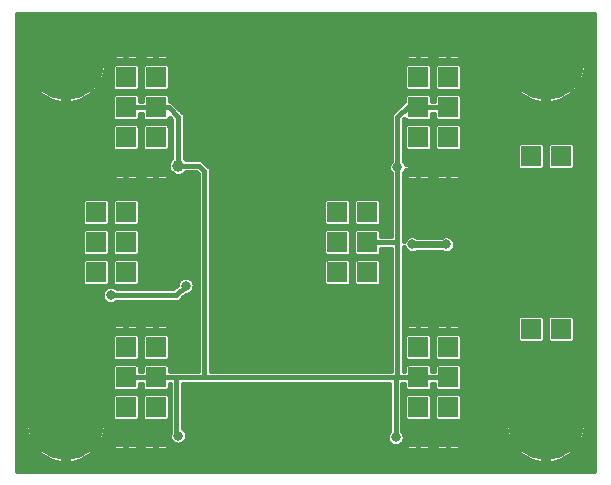
<source format=gbr>
G75*
G70*
%OFA0B0*%
%FSLAX24Y24*%
%IPPOS*%
%LPD*%
%AMOC8*
5,1,8,0,0,1.08239X$1,22.5*
%
%ADD10R,0.0650X0.0650*%
%ADD11C,0.2540*%
%ADD12C,0.0160*%
%ADD13C,0.0317*%
%ADD14C,0.0240*%
%ADD15C,0.0396*%
D10*
X004088Y005413D03*
X005088Y005413D03*
X005088Y006413D03*
X004088Y006413D03*
X004088Y007413D03*
X005088Y007413D03*
X005088Y008413D03*
X004088Y008413D03*
X004088Y009413D03*
X005088Y009413D03*
X004088Y010913D03*
X003088Y010913D03*
X003088Y011913D03*
X004088Y011913D03*
X004088Y012913D03*
X003088Y012913D03*
X004088Y014413D03*
X005088Y014413D03*
X005088Y015413D03*
X004088Y015413D03*
X004088Y016413D03*
X005088Y016413D03*
X005088Y017413D03*
X004088Y017413D03*
X004088Y018413D03*
X005088Y018413D03*
X011150Y012913D03*
X012150Y012913D03*
X012150Y011913D03*
X011150Y011913D03*
X011150Y010913D03*
X012150Y010913D03*
X013838Y009413D03*
X014838Y009413D03*
X014838Y008413D03*
X013838Y008413D03*
X013838Y007413D03*
X014838Y007413D03*
X014838Y006413D03*
X013838Y006413D03*
X013838Y005413D03*
X014838Y005413D03*
X017588Y008038D03*
X018588Y008038D03*
X018588Y009038D03*
X017588Y009038D03*
X017588Y010038D03*
X018588Y010038D03*
X018588Y013788D03*
X017588Y013788D03*
X017588Y014788D03*
X018588Y014788D03*
X018588Y015788D03*
X017588Y015788D03*
X014838Y015413D03*
X013838Y015413D03*
X013838Y016413D03*
X014838Y016413D03*
X014838Y017413D03*
X013838Y017413D03*
X013838Y018413D03*
X014838Y018413D03*
X014838Y014413D03*
X013838Y014413D03*
D11*
X018088Y017913D03*
X018088Y005913D03*
X002088Y005913D03*
X002088Y017913D03*
D12*
X000467Y019533D02*
X000467Y004293D01*
X019708Y004293D01*
X019708Y019533D01*
X000467Y019533D01*
X000467Y019446D02*
X019708Y019446D01*
X019708Y019288D02*
X000467Y019288D01*
X000467Y019129D02*
X001499Y019129D01*
X001510Y019135D02*
X001393Y019072D01*
X001282Y018999D01*
X001180Y018914D01*
X001086Y018821D01*
X001002Y018718D01*
X000928Y018608D01*
X000866Y018491D01*
X000815Y018368D01*
X000776Y018241D01*
X000751Y018111D01*
X000739Y017993D01*
X002007Y017993D01*
X002007Y017833D01*
X000739Y017833D01*
X000751Y017715D01*
X000776Y017585D01*
X000815Y017458D01*
X000866Y017335D01*
X000928Y017218D01*
X001002Y017108D01*
X001086Y017005D01*
X001180Y016912D01*
X001282Y016827D01*
X001393Y016754D01*
X001510Y016691D01*
X001632Y016640D01*
X001759Y016602D01*
X001889Y016576D01*
X002008Y016564D01*
X002008Y017833D01*
X002167Y017833D01*
X002167Y016564D01*
X002286Y016576D01*
X002416Y016602D01*
X002543Y016640D01*
X002665Y016691D01*
X002782Y016754D01*
X002893Y016827D01*
X002995Y016912D01*
X003089Y017005D01*
X003173Y017108D01*
X003247Y017218D01*
X003309Y017335D01*
X003360Y017458D01*
X003399Y017585D01*
X003424Y017715D01*
X003436Y017833D01*
X002168Y017833D01*
X002168Y017993D01*
X003436Y017993D01*
X003424Y018111D01*
X003399Y018241D01*
X003360Y018368D01*
X003309Y018491D01*
X003247Y018608D01*
X003173Y018718D01*
X003089Y018821D01*
X002995Y018914D01*
X002893Y018999D01*
X002782Y019072D01*
X002665Y019135D01*
X002543Y019186D01*
X002416Y019224D01*
X002286Y019250D01*
X002167Y019262D01*
X002167Y017993D01*
X002008Y017993D01*
X002008Y019262D01*
X001889Y019250D01*
X001759Y019224D01*
X001632Y019186D01*
X001510Y019135D01*
X001248Y018971D02*
X000467Y018971D01*
X000467Y018812D02*
X001079Y018812D01*
X000959Y018654D02*
X000467Y018654D01*
X000467Y018495D02*
X000868Y018495D01*
X000805Y018337D02*
X000467Y018337D01*
X000467Y018178D02*
X000764Y018178D01*
X000741Y018020D02*
X000467Y018020D01*
X000467Y017861D02*
X002007Y017861D01*
X002008Y017703D02*
X002167Y017703D01*
X002168Y017861D02*
X003688Y017861D01*
X003705Y017878D02*
X003623Y017796D01*
X003623Y017030D01*
X003705Y016948D01*
X004470Y016948D01*
X004552Y017030D01*
X004552Y017796D01*
X004470Y017878D01*
X003705Y017878D01*
X003747Y018008D02*
X004080Y018008D01*
X004080Y018405D01*
X004095Y018405D01*
X004095Y018008D01*
X004428Y018008D01*
X004458Y018020D01*
X004480Y018043D01*
X004492Y018072D01*
X004492Y018405D01*
X004095Y018405D01*
X004095Y018420D01*
X004492Y018420D01*
X004492Y018754D01*
X004480Y018783D01*
X004458Y018806D01*
X004428Y018818D01*
X004095Y018818D01*
X004095Y018420D01*
X004080Y018420D01*
X004080Y018405D01*
X003682Y018405D01*
X003683Y018072D01*
X003695Y018043D01*
X003717Y018020D01*
X003747Y018008D01*
X003719Y018020D02*
X003434Y018020D01*
X003411Y018178D02*
X003682Y018178D01*
X003682Y018337D02*
X003370Y018337D01*
X003307Y018495D02*
X003683Y018495D01*
X003683Y018420D02*
X004080Y018420D01*
X004080Y018818D01*
X003747Y018818D01*
X003717Y018806D01*
X003695Y018783D01*
X003683Y018754D01*
X003683Y018420D01*
X003683Y018654D02*
X003216Y018654D01*
X003096Y018812D02*
X003732Y018812D01*
X004080Y018812D02*
X004095Y018812D01*
X004080Y018654D02*
X004095Y018654D01*
X004080Y018495D02*
X004095Y018495D01*
X004080Y018337D02*
X004095Y018337D01*
X004080Y018178D02*
X004095Y018178D01*
X004080Y018020D02*
X004095Y018020D01*
X004456Y018020D02*
X004719Y018020D01*
X004717Y018020D02*
X004747Y018008D01*
X005080Y018008D01*
X005080Y018405D01*
X005095Y018405D01*
X005095Y018008D01*
X005428Y018008D01*
X005458Y018020D01*
X005480Y018043D01*
X005492Y018072D01*
X005492Y018405D01*
X005095Y018405D01*
X005095Y018420D01*
X005492Y018420D01*
X005492Y018754D01*
X005480Y018783D01*
X005458Y018806D01*
X005428Y018818D01*
X005095Y018818D01*
X005095Y018420D01*
X005080Y018420D01*
X005080Y018405D01*
X004682Y018405D01*
X004683Y018072D01*
X004695Y018043D01*
X004717Y018020D01*
X004705Y017878D02*
X004623Y017796D01*
X004623Y017030D01*
X004705Y016948D01*
X005470Y016948D01*
X005552Y017030D01*
X005552Y017796D01*
X005470Y017878D01*
X004705Y017878D01*
X004688Y017861D02*
X004487Y017861D01*
X004552Y017703D02*
X004623Y017703D01*
X004623Y017544D02*
X004552Y017544D01*
X004552Y017386D02*
X004623Y017386D01*
X004623Y017227D02*
X004552Y017227D01*
X004552Y017069D02*
X004623Y017069D01*
X004705Y016878D02*
X004623Y016796D01*
X004623Y016633D01*
X004552Y016633D01*
X004552Y016796D01*
X004470Y016878D01*
X003705Y016878D01*
X003623Y016796D01*
X003623Y016030D01*
X003705Y015948D01*
X004470Y015948D01*
X004552Y016030D01*
X004552Y016193D01*
X004623Y016193D01*
X004623Y016030D01*
X004705Y015948D01*
X005470Y015948D01*
X005552Y016030D01*
X005552Y016074D01*
X005618Y016009D01*
X005618Y014734D01*
X005551Y014667D01*
X005499Y014543D01*
X005499Y014408D01*
X005551Y014284D01*
X005646Y014189D01*
X005770Y014137D01*
X005905Y014137D01*
X006029Y014189D01*
X006096Y014255D01*
X006434Y014255D01*
X006493Y014197D01*
X006493Y007633D01*
X005552Y007633D01*
X005552Y007796D01*
X005470Y007878D01*
X004705Y007878D01*
X004623Y007796D01*
X004623Y007633D01*
X004552Y007633D01*
X004552Y007796D01*
X004470Y007878D01*
X003705Y007878D01*
X003623Y007796D01*
X003623Y007030D01*
X003705Y006948D01*
X004470Y006948D01*
X004552Y007030D01*
X004552Y007193D01*
X004623Y007193D01*
X004623Y007030D01*
X004705Y006948D01*
X005470Y006948D01*
X005552Y007030D01*
X005552Y007193D01*
X005555Y007193D01*
X005555Y005574D01*
X005539Y005535D01*
X005539Y005416D01*
X005584Y005306D01*
X005668Y005222D01*
X005778Y005177D01*
X005897Y005177D01*
X006007Y005222D01*
X006091Y005306D01*
X006136Y005416D01*
X006136Y005535D01*
X006091Y005645D01*
X006007Y005729D01*
X005995Y005734D01*
X005995Y007193D01*
X012868Y007193D01*
X012868Y005615D01*
X012834Y005582D01*
X012789Y005472D01*
X012789Y005354D01*
X012834Y005244D01*
X012918Y005160D01*
X013028Y005114D01*
X013147Y005114D01*
X013257Y005160D01*
X013341Y005244D01*
X013386Y005354D01*
X013386Y005472D01*
X013341Y005582D01*
X013307Y005615D01*
X013307Y007193D01*
X013373Y007193D01*
X013373Y007030D01*
X013455Y006948D01*
X014220Y006948D01*
X014302Y007030D01*
X014302Y007193D01*
X014373Y007193D01*
X014373Y007030D01*
X014455Y006948D01*
X015220Y006948D01*
X015302Y007030D01*
X015302Y007796D01*
X015220Y007878D01*
X014455Y007878D01*
X014373Y007796D01*
X014373Y007633D01*
X014302Y007633D01*
X014302Y007796D01*
X014220Y007878D01*
X013455Y007878D01*
X013373Y007796D01*
X013373Y007633D01*
X013370Y007633D01*
X013370Y011746D01*
X013397Y011681D01*
X013481Y011597D01*
X013591Y011552D01*
X013709Y011552D01*
X013803Y011590D01*
X014622Y011590D01*
X014716Y011552D01*
X014834Y011552D01*
X014944Y011597D01*
X015028Y011681D01*
X015074Y011791D01*
X015074Y011910D01*
X015028Y012020D01*
X014944Y012104D01*
X014834Y012149D01*
X014716Y012149D01*
X014622Y012110D01*
X013803Y012110D01*
X013709Y012149D01*
X013591Y012149D01*
X013481Y012104D01*
X013397Y012020D01*
X013370Y011955D01*
X013370Y014211D01*
X013403Y014244D01*
X013432Y014314D01*
X013433Y014072D01*
X013445Y014043D01*
X013467Y014020D01*
X013497Y014008D01*
X013830Y014008D01*
X013830Y014405D01*
X013845Y014405D01*
X013845Y014008D01*
X014178Y014008D01*
X014208Y014020D01*
X014230Y014043D01*
X014242Y014072D01*
X014242Y014405D01*
X013845Y014405D01*
X013845Y014420D01*
X014242Y014420D01*
X014242Y014754D01*
X014230Y014783D01*
X014208Y014806D01*
X014178Y014818D01*
X013845Y014818D01*
X013845Y014420D01*
X013830Y014420D01*
X013830Y014818D01*
X013497Y014818D01*
X013467Y014806D01*
X013445Y014783D01*
X013433Y014754D01*
X013433Y014512D01*
X013403Y014582D01*
X013370Y014615D01*
X013370Y016009D01*
X013382Y016021D01*
X013455Y015948D01*
X014220Y015948D01*
X014302Y016030D01*
X014302Y016193D01*
X014373Y016193D01*
X014373Y016030D01*
X014455Y015948D01*
X015220Y015948D01*
X015302Y016030D01*
X015302Y016796D01*
X015220Y016878D01*
X014455Y016878D01*
X014373Y016796D01*
X014373Y016633D01*
X014302Y016633D01*
X014302Y016796D01*
X014220Y016878D01*
X013455Y016878D01*
X013373Y016796D01*
X013373Y016634D01*
X013305Y016567D01*
X012930Y016192D01*
X012930Y014615D01*
X012897Y014582D01*
X012851Y014472D01*
X012851Y014354D01*
X012897Y014244D01*
X012930Y014211D01*
X012930Y012133D01*
X012615Y012133D01*
X012615Y012296D01*
X012533Y012378D01*
X011767Y012378D01*
X011685Y012296D01*
X011685Y011530D01*
X011767Y011448D01*
X012533Y011448D01*
X012615Y011530D01*
X012615Y011693D01*
X012930Y011693D01*
X012930Y007633D01*
X006932Y007633D01*
X006932Y014379D01*
X006804Y014508D01*
X006616Y014695D01*
X006096Y014695D01*
X006057Y014734D01*
X006057Y016192D01*
X005745Y016504D01*
X005616Y016633D01*
X005552Y016633D01*
X005552Y016796D01*
X005470Y016878D01*
X004705Y016878D01*
X004623Y016752D02*
X004552Y016752D01*
X004088Y016413D02*
X005088Y016413D01*
X005525Y016413D01*
X005838Y016100D01*
X005838Y014475D01*
X006525Y014475D01*
X006713Y014288D01*
X006713Y007413D01*
X005775Y007413D01*
X005775Y005538D01*
X005838Y005475D01*
X006105Y005339D02*
X012795Y005339D01*
X012799Y005498D02*
X006136Y005498D01*
X006079Y005656D02*
X012868Y005656D01*
X012868Y005815D02*
X005995Y005815D01*
X005995Y005973D02*
X012868Y005973D01*
X012868Y006132D02*
X005995Y006132D01*
X005995Y006290D02*
X012868Y006290D01*
X012868Y006449D02*
X005995Y006449D01*
X005995Y006607D02*
X012868Y006607D01*
X012868Y006766D02*
X005995Y006766D01*
X005995Y006924D02*
X012868Y006924D01*
X012868Y007083D02*
X005995Y007083D01*
X005775Y007413D02*
X005088Y007413D01*
X004088Y007413D01*
X003623Y007400D02*
X000467Y007400D01*
X000467Y007558D02*
X003623Y007558D01*
X003623Y007717D02*
X000467Y007717D01*
X000467Y007875D02*
X003702Y007875D01*
X003705Y007948D02*
X004470Y007948D01*
X004552Y008030D01*
X004552Y008796D01*
X004470Y008878D01*
X003705Y008878D01*
X003623Y008796D01*
X003623Y008030D01*
X003705Y007948D01*
X003623Y008034D02*
X000467Y008034D01*
X000467Y008192D02*
X003623Y008192D01*
X003623Y008351D02*
X000467Y008351D01*
X000467Y008509D02*
X003623Y008509D01*
X003623Y008668D02*
X000467Y008668D01*
X000467Y008826D02*
X003653Y008826D01*
X003717Y009020D02*
X003747Y009008D01*
X004080Y009008D01*
X004080Y009405D01*
X004095Y009405D01*
X004095Y009008D01*
X004428Y009008D01*
X004458Y009020D01*
X004480Y009043D01*
X004492Y009072D01*
X004492Y009405D01*
X004095Y009405D01*
X004095Y009420D01*
X004492Y009420D01*
X004492Y009754D01*
X004480Y009783D01*
X004458Y009806D01*
X004428Y009818D01*
X004095Y009818D01*
X004095Y009420D01*
X004080Y009420D01*
X004080Y009405D01*
X003682Y009405D01*
X003683Y009072D01*
X003695Y009043D01*
X003717Y009020D01*
X003682Y009144D02*
X000467Y009144D01*
X000467Y009302D02*
X003682Y009302D01*
X003683Y009420D02*
X004080Y009420D01*
X004080Y009818D01*
X003747Y009818D01*
X003717Y009806D01*
X003695Y009783D01*
X003683Y009754D01*
X003683Y009420D01*
X003683Y009461D02*
X000467Y009461D01*
X000467Y009619D02*
X003683Y009619D01*
X003692Y009778D02*
X000467Y009778D01*
X000467Y009936D02*
X003392Y009936D01*
X003418Y009910D02*
X003528Y009864D01*
X003647Y009864D01*
X003757Y009910D01*
X003790Y009943D01*
X005866Y009943D01*
X006100Y010177D01*
X006147Y010177D01*
X006257Y010222D01*
X006341Y010306D01*
X006386Y010416D01*
X006386Y010535D01*
X006341Y010645D01*
X006257Y010729D01*
X006147Y010774D01*
X006028Y010774D01*
X005918Y010729D01*
X005834Y010645D01*
X005789Y010535D01*
X005789Y010488D01*
X005684Y010383D01*
X003790Y010383D01*
X003757Y010416D01*
X003647Y010462D01*
X003528Y010462D01*
X003418Y010416D01*
X003334Y010332D01*
X003289Y010222D01*
X003289Y010104D01*
X003334Y009994D01*
X003418Y009910D01*
X003293Y010095D02*
X000467Y010095D01*
X000467Y010253D02*
X003301Y010253D01*
X003414Y010412D02*
X000467Y010412D01*
X000467Y010570D02*
X002623Y010570D01*
X002623Y010530D02*
X002705Y010448D01*
X003470Y010448D01*
X003552Y010530D01*
X003552Y011296D01*
X003470Y011378D01*
X002705Y011378D01*
X002623Y011296D01*
X002623Y010530D01*
X002623Y010729D02*
X000467Y010729D01*
X000467Y010887D02*
X002623Y010887D01*
X002623Y011046D02*
X000467Y011046D01*
X000467Y011204D02*
X002623Y011204D01*
X002689Y011363D02*
X000467Y011363D01*
X000467Y011521D02*
X002631Y011521D01*
X002623Y011530D02*
X002705Y011448D01*
X003470Y011448D01*
X003552Y011530D01*
X003552Y012296D01*
X003470Y012378D01*
X002705Y012378D01*
X002623Y012296D01*
X002623Y011530D01*
X002623Y011680D02*
X000467Y011680D01*
X000467Y011838D02*
X002623Y011838D01*
X002623Y011997D02*
X000467Y011997D01*
X000467Y012155D02*
X002623Y012155D01*
X002640Y012314D02*
X000467Y012314D01*
X000467Y012472D02*
X002680Y012472D01*
X002705Y012448D02*
X002623Y012530D01*
X002623Y013296D01*
X002705Y013378D01*
X003470Y013378D01*
X003552Y013296D01*
X003552Y012530D01*
X003470Y012448D01*
X002705Y012448D01*
X002623Y012631D02*
X000467Y012631D01*
X000467Y012789D02*
X002623Y012789D01*
X002623Y012948D02*
X000467Y012948D01*
X000467Y013106D02*
X002623Y013106D01*
X002623Y013265D02*
X000467Y013265D01*
X000467Y013423D02*
X006493Y013423D01*
X006493Y013265D02*
X004552Y013265D01*
X004552Y013296D02*
X004470Y013378D01*
X003705Y013378D01*
X003623Y013296D01*
X003623Y012530D01*
X003705Y012448D01*
X004470Y012448D01*
X004552Y012530D01*
X004552Y013296D01*
X004552Y013106D02*
X006493Y013106D01*
X006493Y012948D02*
X004552Y012948D01*
X004552Y012789D02*
X006493Y012789D01*
X006493Y012631D02*
X004552Y012631D01*
X004495Y012472D02*
X006493Y012472D01*
X006493Y012314D02*
X004535Y012314D01*
X004552Y012296D02*
X004470Y012378D01*
X003705Y012378D01*
X003623Y012296D01*
X003623Y011530D01*
X003705Y011448D01*
X004470Y011448D01*
X004552Y011530D01*
X004552Y012296D01*
X004552Y012155D02*
X006493Y012155D01*
X006493Y011997D02*
X004552Y011997D01*
X004552Y011838D02*
X006493Y011838D01*
X006493Y011680D02*
X004552Y011680D01*
X004544Y011521D02*
X006493Y011521D01*
X006493Y011363D02*
X004486Y011363D01*
X004470Y011378D02*
X004552Y011296D01*
X004552Y010530D01*
X004470Y010448D01*
X003705Y010448D01*
X003623Y010530D01*
X003623Y011296D01*
X003705Y011378D01*
X004470Y011378D01*
X004552Y011204D02*
X006493Y011204D01*
X006493Y011046D02*
X004552Y011046D01*
X004552Y010887D02*
X006493Y010887D01*
X006493Y010729D02*
X006257Y010729D01*
X006372Y010570D02*
X006493Y010570D01*
X006493Y010412D02*
X006384Y010412D01*
X006287Y010253D02*
X006493Y010253D01*
X006493Y010095D02*
X006018Y010095D01*
X005775Y010163D02*
X006088Y010475D01*
X005803Y010570D02*
X004552Y010570D01*
X004552Y010729D02*
X005918Y010729D01*
X005712Y010412D02*
X003761Y010412D01*
X003623Y010570D02*
X003552Y010570D01*
X003552Y010729D02*
X003623Y010729D01*
X003623Y010887D02*
X003552Y010887D01*
X003552Y011046D02*
X003623Y011046D01*
X003623Y011204D02*
X003552Y011204D01*
X003486Y011363D02*
X003689Y011363D01*
X003631Y011521D02*
X003544Y011521D01*
X003552Y011680D02*
X003623Y011680D01*
X003623Y011838D02*
X003552Y011838D01*
X003552Y011997D02*
X003623Y011997D01*
X003623Y012155D02*
X003552Y012155D01*
X003535Y012314D02*
X003640Y012314D01*
X003680Y012472D02*
X003495Y012472D01*
X003552Y012631D02*
X003623Y012631D01*
X003623Y012789D02*
X003552Y012789D01*
X003552Y012948D02*
X003623Y012948D01*
X003623Y013106D02*
X003552Y013106D01*
X003552Y013265D02*
X003623Y013265D01*
X003747Y014008D02*
X004080Y014008D01*
X004080Y014405D01*
X004095Y014405D01*
X004095Y014008D01*
X004428Y014008D01*
X004458Y014020D01*
X004480Y014043D01*
X004492Y014072D01*
X004492Y014405D01*
X004095Y014405D01*
X004095Y014420D01*
X004492Y014420D01*
X004492Y014754D01*
X004480Y014783D01*
X004458Y014806D01*
X004428Y014818D01*
X004095Y014818D01*
X004095Y014420D01*
X004080Y014420D01*
X004080Y014405D01*
X003682Y014405D01*
X003683Y014072D01*
X003695Y014043D01*
X003717Y014020D01*
X003747Y014008D01*
X003689Y014057D02*
X000467Y014057D01*
X000467Y013899D02*
X006493Y013899D01*
X006493Y014057D02*
X005486Y014057D01*
X005480Y014043D02*
X005492Y014072D01*
X005492Y014405D01*
X005095Y014405D01*
X005095Y014008D01*
X005428Y014008D01*
X005458Y014020D01*
X005480Y014043D01*
X005492Y014216D02*
X005619Y014216D01*
X005514Y014374D02*
X005492Y014374D01*
X005492Y014420D02*
X005492Y014754D01*
X005480Y014783D01*
X005458Y014806D01*
X005428Y014818D01*
X005095Y014818D01*
X005095Y014420D01*
X005492Y014420D01*
X005492Y014533D02*
X005499Y014533D01*
X005492Y014691D02*
X005575Y014691D01*
X005618Y014850D02*
X000467Y014850D01*
X000467Y015008D02*
X003644Y015008D01*
X003623Y015030D02*
X003705Y014948D01*
X004470Y014948D01*
X004552Y015030D01*
X004552Y015796D01*
X004470Y015878D01*
X003705Y015878D01*
X003623Y015796D01*
X003623Y015030D01*
X003623Y015167D02*
X000467Y015167D01*
X000467Y015325D02*
X003623Y015325D01*
X003623Y015484D02*
X000467Y015484D01*
X000467Y015642D02*
X003623Y015642D01*
X003627Y015801D02*
X000467Y015801D01*
X000467Y015959D02*
X003693Y015959D01*
X003623Y016118D02*
X000467Y016118D01*
X000467Y016276D02*
X003623Y016276D01*
X003623Y016435D02*
X000467Y016435D01*
X000467Y016593D02*
X001804Y016593D01*
X002008Y016593D02*
X002167Y016593D01*
X002167Y016752D02*
X002008Y016752D01*
X002008Y016910D02*
X002167Y016910D01*
X002167Y017069D02*
X002008Y017069D01*
X002008Y017227D02*
X002167Y017227D01*
X002167Y017386D02*
X002008Y017386D01*
X002008Y017544D02*
X002167Y017544D01*
X002167Y018020D02*
X002008Y018020D01*
X002008Y018178D02*
X002167Y018178D01*
X002167Y018337D02*
X002008Y018337D01*
X002008Y018495D02*
X002167Y018495D01*
X002167Y018654D02*
X002008Y018654D01*
X002008Y018812D02*
X002167Y018812D01*
X002167Y018971D02*
X002008Y018971D01*
X002008Y019129D02*
X002167Y019129D01*
X002676Y019129D02*
X017499Y019129D01*
X017510Y019135D02*
X017393Y019072D01*
X017282Y018999D01*
X017180Y018914D01*
X017086Y018821D01*
X017002Y018718D01*
X016928Y018608D01*
X016866Y018491D01*
X016815Y018368D01*
X016776Y018241D01*
X016751Y018111D01*
X016739Y017993D01*
X018007Y017993D01*
X018007Y017833D01*
X016739Y017833D01*
X016751Y017715D01*
X016776Y017585D01*
X016815Y017458D01*
X016866Y017335D01*
X016928Y017218D01*
X017002Y017108D01*
X017086Y017005D01*
X017180Y016912D01*
X017282Y016827D01*
X017393Y016754D01*
X017510Y016691D01*
X017632Y016640D01*
X017759Y016602D01*
X017889Y016576D01*
X018008Y016564D01*
X018008Y017833D01*
X018167Y017833D01*
X018167Y016564D01*
X018286Y016576D01*
X018416Y016602D01*
X018543Y016640D01*
X018665Y016691D01*
X018782Y016754D01*
X018893Y016827D01*
X018995Y016912D01*
X019089Y017005D01*
X019173Y017108D01*
X019247Y017218D01*
X019309Y017335D01*
X019360Y017458D01*
X019399Y017585D01*
X019424Y017715D01*
X019436Y017833D01*
X018168Y017833D01*
X018168Y017993D01*
X019436Y017993D01*
X019424Y018111D01*
X019399Y018241D01*
X019360Y018368D01*
X019309Y018491D01*
X019247Y018608D01*
X019173Y018718D01*
X019089Y018821D01*
X018995Y018914D01*
X018893Y018999D01*
X018782Y019072D01*
X018665Y019135D01*
X018543Y019186D01*
X018416Y019224D01*
X018286Y019250D01*
X018167Y019262D01*
X018167Y017993D01*
X018008Y017993D01*
X018008Y019262D01*
X017889Y019250D01*
X017759Y019224D01*
X017632Y019186D01*
X017510Y019135D01*
X017248Y018971D02*
X002927Y018971D01*
X003422Y017703D02*
X003623Y017703D01*
X003623Y017544D02*
X003386Y017544D01*
X003330Y017386D02*
X003623Y017386D01*
X003623Y017227D02*
X003252Y017227D01*
X003141Y017069D02*
X003623Y017069D01*
X003623Y016752D02*
X002778Y016752D01*
X002993Y016910D02*
X017182Y016910D01*
X017034Y017069D02*
X015302Y017069D01*
X015302Y017030D02*
X015302Y017796D01*
X015220Y017878D01*
X014455Y017878D01*
X014373Y017796D01*
X014373Y017030D01*
X014455Y016948D01*
X015220Y016948D01*
X015302Y017030D01*
X015302Y017227D02*
X016923Y017227D01*
X016845Y017386D02*
X015302Y017386D01*
X015302Y017544D02*
X016789Y017544D01*
X016753Y017703D02*
X015302Y017703D01*
X015237Y017861D02*
X018007Y017861D01*
X018008Y017703D02*
X018167Y017703D01*
X018168Y017861D02*
X019708Y017861D01*
X019708Y017703D02*
X019422Y017703D01*
X019386Y017544D02*
X019708Y017544D01*
X019708Y017386D02*
X019330Y017386D01*
X019252Y017227D02*
X019708Y017227D01*
X019708Y017069D02*
X019141Y017069D01*
X018993Y016910D02*
X019708Y016910D01*
X019708Y016752D02*
X018778Y016752D01*
X018371Y016593D02*
X019708Y016593D01*
X019708Y016435D02*
X015302Y016435D01*
X015302Y016593D02*
X017804Y016593D01*
X018008Y016593D02*
X018167Y016593D01*
X018167Y016752D02*
X018008Y016752D01*
X018008Y016910D02*
X018167Y016910D01*
X018167Y017069D02*
X018008Y017069D01*
X018008Y017227D02*
X018167Y017227D01*
X018167Y017386D02*
X018008Y017386D01*
X018008Y017544D02*
X018167Y017544D01*
X018167Y018020D02*
X018008Y018020D01*
X018008Y018178D02*
X018167Y018178D01*
X018167Y018337D02*
X018008Y018337D01*
X018008Y018495D02*
X018167Y018495D01*
X018167Y018654D02*
X018008Y018654D01*
X018008Y018812D02*
X018167Y018812D01*
X018167Y018971D02*
X018008Y018971D01*
X018008Y019129D02*
X018167Y019129D01*
X018676Y019129D02*
X019708Y019129D01*
X019708Y018971D02*
X018927Y018971D01*
X019096Y018812D02*
X019708Y018812D01*
X019708Y018654D02*
X019216Y018654D01*
X019307Y018495D02*
X019708Y018495D01*
X019708Y018337D02*
X019370Y018337D01*
X019411Y018178D02*
X019708Y018178D01*
X019708Y018020D02*
X019434Y018020D01*
X017397Y016752D02*
X015302Y016752D01*
X015302Y016276D02*
X019708Y016276D01*
X019708Y016118D02*
X018992Y016118D01*
X018992Y016129D02*
X018980Y016158D01*
X018958Y016181D01*
X018928Y016193D01*
X018595Y016193D01*
X018595Y015795D01*
X018992Y015795D01*
X018992Y016129D01*
X018992Y015959D02*
X019708Y015959D01*
X019708Y015801D02*
X018992Y015801D01*
X018992Y015780D02*
X018992Y015447D01*
X018980Y015418D01*
X018958Y015395D01*
X018928Y015383D01*
X018595Y015383D01*
X018595Y015780D01*
X018580Y015780D01*
X018580Y015383D01*
X018247Y015383D01*
X018217Y015395D01*
X018195Y015418D01*
X018183Y015447D01*
X018183Y015780D01*
X018580Y015780D01*
X018580Y015795D01*
X018182Y015795D01*
X018183Y016129D01*
X018195Y016158D01*
X018217Y016181D01*
X018247Y016193D01*
X018580Y016193D01*
X018580Y015795D01*
X018595Y015795D01*
X018595Y015780D01*
X018992Y015780D01*
X018992Y015642D02*
X019708Y015642D01*
X019708Y015484D02*
X018992Y015484D01*
X018970Y015253D02*
X018205Y015253D01*
X018123Y015171D01*
X018123Y014405D01*
X018205Y014323D01*
X018970Y014323D01*
X019052Y014405D01*
X019052Y015171D01*
X018970Y015253D01*
X019052Y015167D02*
X019708Y015167D01*
X019708Y015325D02*
X015302Y015325D01*
X015302Y015167D02*
X017123Y015167D01*
X017123Y015171D02*
X017123Y014405D01*
X017205Y014323D01*
X017970Y014323D01*
X018052Y014405D01*
X018052Y015171D01*
X017970Y015253D01*
X017205Y015253D01*
X017123Y015171D01*
X017123Y015008D02*
X015281Y015008D01*
X015302Y015030D02*
X015302Y015796D01*
X015220Y015878D01*
X014455Y015878D01*
X014373Y015796D01*
X014373Y015030D01*
X014455Y014948D01*
X015220Y014948D01*
X015302Y015030D01*
X015208Y014806D02*
X015178Y014818D01*
X014845Y014818D01*
X014845Y014420D01*
X015242Y014420D01*
X015242Y014754D01*
X015230Y014783D01*
X015208Y014806D01*
X015242Y014691D02*
X017123Y014691D01*
X017123Y014533D02*
X015242Y014533D01*
X015242Y014405D02*
X014845Y014405D01*
X014845Y014008D01*
X015178Y014008D01*
X015208Y014020D01*
X015230Y014043D01*
X015242Y014072D01*
X015242Y014405D01*
X015242Y014374D02*
X017153Y014374D01*
X017217Y014181D02*
X017195Y014158D01*
X017183Y014129D01*
X017182Y013795D01*
X017580Y013795D01*
X017580Y013780D01*
X017595Y013780D01*
X017595Y013383D01*
X017928Y013383D01*
X017958Y013395D01*
X017980Y013418D01*
X017992Y013447D01*
X017992Y013780D01*
X017595Y013780D01*
X017595Y013795D01*
X017992Y013795D01*
X017992Y014129D01*
X017980Y014158D01*
X017958Y014181D01*
X017928Y014193D01*
X017595Y014193D01*
X017595Y013795D01*
X017580Y013795D01*
X017580Y014193D01*
X017247Y014193D01*
X017217Y014181D01*
X017183Y014057D02*
X015236Y014057D01*
X015242Y014216D02*
X019708Y014216D01*
X019708Y014374D02*
X019022Y014374D01*
X019052Y014533D02*
X019708Y014533D01*
X019708Y014691D02*
X019052Y014691D01*
X019052Y014850D02*
X019708Y014850D01*
X019708Y015008D02*
X019052Y015008D01*
X018595Y015484D02*
X018580Y015484D01*
X018580Y015642D02*
X018595Y015642D01*
X018580Y015801D02*
X018595Y015801D01*
X018580Y015959D02*
X018595Y015959D01*
X018580Y016118D02*
X018595Y016118D01*
X018183Y016118D02*
X017992Y016118D01*
X017992Y016129D02*
X017980Y016158D01*
X017958Y016181D01*
X017928Y016193D01*
X017595Y016193D01*
X017595Y015795D01*
X017992Y015795D01*
X017992Y016129D01*
X017992Y015959D02*
X018183Y015959D01*
X018183Y015801D02*
X017992Y015801D01*
X017992Y015780D02*
X017992Y015447D01*
X017980Y015418D01*
X017958Y015395D01*
X017928Y015383D01*
X017595Y015383D01*
X017595Y015780D01*
X017580Y015780D01*
X017580Y015383D01*
X017247Y015383D01*
X017217Y015395D01*
X017195Y015418D01*
X017183Y015447D01*
X017183Y015780D01*
X017580Y015780D01*
X017580Y015795D01*
X017182Y015795D01*
X017183Y016129D01*
X017195Y016158D01*
X017217Y016181D01*
X017247Y016193D01*
X017580Y016193D01*
X017580Y015795D01*
X017595Y015795D01*
X017595Y015780D01*
X017992Y015780D01*
X017992Y015642D02*
X018183Y015642D01*
X018183Y015484D02*
X017992Y015484D01*
X018052Y015167D02*
X018123Y015167D01*
X018123Y015008D02*
X018052Y015008D01*
X018052Y014850D02*
X018123Y014850D01*
X018123Y014691D02*
X018052Y014691D01*
X018052Y014533D02*
X018123Y014533D01*
X018153Y014374D02*
X018022Y014374D01*
X018217Y014181D02*
X018195Y014158D01*
X018183Y014129D01*
X018182Y013795D01*
X018580Y013795D01*
X018580Y013780D01*
X018595Y013780D01*
X018595Y013383D01*
X018928Y013383D01*
X018958Y013395D01*
X018980Y013418D01*
X018992Y013447D01*
X018992Y013780D01*
X018595Y013780D01*
X018595Y013795D01*
X018992Y013795D01*
X018992Y014129D01*
X018980Y014158D01*
X018958Y014181D01*
X018928Y014193D01*
X018595Y014193D01*
X018595Y013795D01*
X018580Y013795D01*
X018580Y014193D01*
X018247Y014193D01*
X018217Y014181D01*
X018183Y014057D02*
X017992Y014057D01*
X017992Y013899D02*
X018183Y013899D01*
X018183Y013780D02*
X018183Y013447D01*
X018195Y013418D01*
X018217Y013395D01*
X018247Y013383D01*
X018580Y013383D01*
X018580Y013780D01*
X018183Y013780D01*
X018183Y013740D02*
X017992Y013740D01*
X017992Y013582D02*
X018183Y013582D01*
X018192Y013423D02*
X017983Y013423D01*
X017595Y013423D02*
X017580Y013423D01*
X017580Y013383D02*
X017247Y013383D01*
X017217Y013395D01*
X017195Y013418D01*
X017183Y013447D01*
X017183Y013780D01*
X017580Y013780D01*
X017580Y013383D01*
X017580Y013582D02*
X017595Y013582D01*
X017580Y013740D02*
X017595Y013740D01*
X017580Y013899D02*
X017595Y013899D01*
X017580Y014057D02*
X017595Y014057D01*
X017183Y013899D02*
X013370Y013899D01*
X013370Y014057D02*
X013439Y014057D01*
X013432Y014216D02*
X013375Y014216D01*
X013150Y014413D02*
X013150Y011913D01*
X013150Y007475D01*
X013088Y007413D01*
X013838Y007413D01*
X014838Y007413D01*
X014900Y007413D01*
X015302Y007400D02*
X019708Y007400D01*
X019708Y007558D02*
X015302Y007558D01*
X015302Y007717D02*
X017183Y007717D01*
X017183Y007697D02*
X017195Y007668D01*
X017217Y007645D01*
X017247Y007633D01*
X017580Y007633D01*
X017580Y008030D01*
X017595Y008030D01*
X017595Y007633D01*
X017928Y007633D01*
X017958Y007645D01*
X017980Y007668D01*
X017992Y007697D01*
X017992Y008030D01*
X017595Y008030D01*
X017595Y008045D01*
X017992Y008045D01*
X017992Y008379D01*
X017980Y008408D01*
X017958Y008431D01*
X017928Y008443D01*
X017595Y008443D01*
X017595Y008045D01*
X017580Y008045D01*
X017580Y008030D01*
X017183Y008030D01*
X017183Y007697D01*
X017183Y007875D02*
X015223Y007875D01*
X015220Y007948D02*
X015302Y008030D01*
X015302Y008796D01*
X015220Y008878D01*
X014455Y008878D01*
X014373Y008796D01*
X014373Y008030D01*
X014455Y007948D01*
X015220Y007948D01*
X015302Y008034D02*
X017580Y008034D01*
X017580Y008045D02*
X017182Y008045D01*
X017183Y008379D01*
X017195Y008408D01*
X017217Y008431D01*
X017247Y008443D01*
X017580Y008443D01*
X017580Y008045D01*
X017595Y008034D02*
X018580Y008034D01*
X018580Y008030D02*
X018183Y008030D01*
X018183Y007697D01*
X018195Y007668D01*
X018217Y007645D01*
X018247Y007633D01*
X018580Y007633D01*
X018580Y008030D01*
X018595Y008030D01*
X018595Y007633D01*
X018928Y007633D01*
X018958Y007645D01*
X018980Y007668D01*
X018992Y007697D01*
X018992Y008030D01*
X018595Y008030D01*
X018595Y008045D01*
X018992Y008045D01*
X018992Y008379D01*
X018980Y008408D01*
X018958Y008431D01*
X018928Y008443D01*
X018595Y008443D01*
X018595Y008045D01*
X018580Y008045D01*
X018580Y008030D01*
X018580Y008045D02*
X018182Y008045D01*
X018183Y008379D01*
X018195Y008408D01*
X018217Y008431D01*
X018247Y008443D01*
X018580Y008443D01*
X018580Y008045D01*
X018595Y008034D02*
X019708Y008034D01*
X019708Y008192D02*
X018992Y008192D01*
X018992Y008351D02*
X019708Y008351D01*
X019708Y008509D02*
X015302Y008509D01*
X015302Y008351D02*
X017183Y008351D01*
X017183Y008192D02*
X015302Y008192D01*
X015302Y008668D02*
X017123Y008668D01*
X017123Y008655D02*
X017205Y008573D01*
X017970Y008573D01*
X018052Y008655D01*
X018052Y009421D01*
X017970Y009503D01*
X017205Y009503D01*
X017123Y009421D01*
X017123Y008655D01*
X017123Y008826D02*
X015272Y008826D01*
X015178Y009008D02*
X015208Y009020D01*
X015230Y009043D01*
X015242Y009072D01*
X015242Y009405D01*
X014845Y009405D01*
X014845Y009008D01*
X015178Y009008D01*
X015242Y009144D02*
X017123Y009144D01*
X017123Y009302D02*
X015242Y009302D01*
X015242Y009420D02*
X015242Y009754D01*
X015230Y009783D01*
X015208Y009806D01*
X015178Y009818D01*
X014845Y009818D01*
X014845Y009420D01*
X015242Y009420D01*
X015242Y009461D02*
X017162Y009461D01*
X017247Y009633D02*
X017580Y009633D01*
X017580Y010030D01*
X017595Y010030D01*
X017595Y009633D01*
X017928Y009633D01*
X017958Y009645D01*
X017980Y009668D01*
X017992Y009697D01*
X017992Y010030D01*
X017595Y010030D01*
X017595Y010045D01*
X017992Y010045D01*
X017992Y010379D01*
X017980Y010408D01*
X017958Y010431D01*
X017928Y010443D01*
X017595Y010443D01*
X017595Y010045D01*
X017580Y010045D01*
X017580Y010030D01*
X017183Y010030D01*
X017183Y009697D01*
X017195Y009668D01*
X017217Y009645D01*
X017247Y009633D01*
X017183Y009778D02*
X015233Y009778D01*
X015242Y009619D02*
X019708Y009619D01*
X019708Y009461D02*
X019013Y009461D01*
X019052Y009421D02*
X018970Y009503D01*
X018205Y009503D01*
X018123Y009421D01*
X018123Y008655D01*
X018205Y008573D01*
X018970Y008573D01*
X019052Y008655D01*
X019052Y009421D01*
X019052Y009302D02*
X019708Y009302D01*
X019708Y009144D02*
X019052Y009144D01*
X019052Y008985D02*
X019708Y008985D01*
X019708Y008826D02*
X019052Y008826D01*
X019052Y008668D02*
X019708Y008668D01*
X019708Y007875D02*
X018992Y007875D01*
X018992Y007717D02*
X019708Y007717D01*
X019708Y007241D02*
X018329Y007241D01*
X018286Y007250D02*
X018167Y007262D01*
X018167Y005993D01*
X018008Y005993D01*
X018008Y007262D01*
X017889Y007250D01*
X017759Y007224D01*
X017632Y007186D01*
X017510Y007135D01*
X017393Y007072D01*
X017282Y006999D01*
X017180Y006914D01*
X017086Y006821D01*
X017002Y006718D01*
X016928Y006608D01*
X016866Y006491D01*
X016815Y006368D01*
X016776Y006241D01*
X016751Y006111D01*
X016739Y005993D01*
X018007Y005993D01*
X018007Y005833D01*
X016739Y005833D01*
X016751Y005715D01*
X016776Y005585D01*
X016815Y005458D01*
X016866Y005335D01*
X016928Y005218D01*
X017002Y005108D01*
X017086Y005005D01*
X017180Y004912D01*
X017282Y004827D01*
X017393Y004754D01*
X017510Y004691D01*
X017632Y004640D01*
X017759Y004602D01*
X017889Y004576D01*
X018008Y004564D01*
X018008Y005833D01*
X018167Y005833D01*
X018167Y004564D01*
X018286Y004576D01*
X018416Y004602D01*
X018543Y004640D01*
X018665Y004691D01*
X018782Y004754D01*
X018893Y004827D01*
X018995Y004912D01*
X019089Y005005D01*
X019173Y005108D01*
X019247Y005218D01*
X019309Y005335D01*
X019360Y005458D01*
X019399Y005585D01*
X019424Y005715D01*
X019436Y005833D01*
X018168Y005833D01*
X018168Y005993D01*
X019436Y005993D01*
X019424Y006111D01*
X019399Y006241D01*
X019360Y006368D01*
X019309Y006491D01*
X019247Y006608D01*
X019173Y006718D01*
X019089Y006821D01*
X018995Y006914D01*
X018893Y006999D01*
X018782Y007072D01*
X018665Y007135D01*
X018543Y007186D01*
X018416Y007224D01*
X018286Y007250D01*
X018167Y007241D02*
X018008Y007241D01*
X018008Y007083D02*
X018167Y007083D01*
X018167Y006924D02*
X018008Y006924D01*
X018008Y006766D02*
X018167Y006766D01*
X018167Y006607D02*
X018008Y006607D01*
X018008Y006449D02*
X018167Y006449D01*
X018167Y006290D02*
X018008Y006290D01*
X018008Y006132D02*
X018167Y006132D01*
X018168Y005973D02*
X019708Y005973D01*
X019708Y005815D02*
X019434Y005815D01*
X019413Y005656D02*
X019708Y005656D01*
X019708Y005498D02*
X019372Y005498D01*
X019311Y005339D02*
X019708Y005339D01*
X019708Y005181D02*
X019222Y005181D01*
X019103Y005022D02*
X019708Y005022D01*
X019708Y004864D02*
X018937Y004864D01*
X018692Y004705D02*
X019708Y004705D01*
X019708Y004547D02*
X000467Y004547D01*
X000467Y004705D02*
X001483Y004705D01*
X001510Y004691D02*
X001632Y004640D01*
X001759Y004602D01*
X001889Y004576D01*
X002008Y004564D01*
X002008Y005833D01*
X002167Y005833D01*
X002167Y004564D01*
X002286Y004576D01*
X002416Y004602D01*
X002543Y004640D01*
X002665Y004691D01*
X002782Y004754D01*
X002893Y004827D01*
X002995Y004912D01*
X003089Y005005D01*
X003173Y005108D01*
X003247Y005218D01*
X003309Y005335D01*
X003360Y005458D01*
X003399Y005585D01*
X003424Y005715D01*
X003436Y005833D01*
X002168Y005833D01*
X002168Y005993D01*
X003436Y005993D01*
X003424Y006111D01*
X003399Y006241D01*
X003360Y006368D01*
X003309Y006491D01*
X003247Y006608D01*
X003173Y006718D01*
X003089Y006821D01*
X002995Y006914D01*
X002893Y006999D01*
X002782Y007072D01*
X002665Y007135D01*
X002543Y007186D01*
X002416Y007224D01*
X002286Y007250D01*
X002167Y007262D01*
X002167Y005993D01*
X002008Y005993D01*
X002008Y007262D01*
X001889Y007250D01*
X001759Y007224D01*
X001632Y007186D01*
X001510Y007135D01*
X001393Y007072D01*
X001282Y006999D01*
X001180Y006914D01*
X001086Y006821D01*
X001002Y006718D01*
X000928Y006608D01*
X000866Y006491D01*
X000815Y006368D01*
X000776Y006241D01*
X000751Y006111D01*
X000739Y005993D01*
X002007Y005993D01*
X002007Y005833D01*
X000739Y005833D01*
X000751Y005715D01*
X000776Y005585D01*
X000815Y005458D01*
X000866Y005335D01*
X000928Y005218D01*
X001002Y005108D01*
X001086Y005005D01*
X001180Y004912D01*
X001282Y004827D01*
X001393Y004754D01*
X001510Y004691D01*
X001238Y004864D02*
X000467Y004864D01*
X000467Y005022D02*
X001072Y005022D01*
X000953Y005181D02*
X000467Y005181D01*
X000467Y005339D02*
X000864Y005339D01*
X000803Y005498D02*
X000467Y005498D01*
X000467Y005656D02*
X000762Y005656D01*
X000741Y005815D02*
X000467Y005815D01*
X000467Y005973D02*
X002007Y005973D01*
X002008Y005815D02*
X002167Y005815D01*
X002168Y005973D02*
X003679Y005973D01*
X003705Y005948D02*
X004470Y005948D01*
X004552Y006030D01*
X004552Y006796D01*
X004470Y006878D01*
X003705Y006878D01*
X003623Y006796D01*
X003623Y006030D01*
X003705Y005948D01*
X003747Y005818D02*
X003717Y005806D01*
X003695Y005783D01*
X003683Y005754D01*
X003683Y005420D01*
X004080Y005420D01*
X004080Y005405D01*
X004095Y005405D01*
X004095Y005008D01*
X004428Y005008D01*
X004458Y005020D01*
X004480Y005043D01*
X004492Y005072D01*
X004492Y005405D01*
X004095Y005405D01*
X004095Y005420D01*
X004492Y005420D01*
X004492Y005754D01*
X004480Y005783D01*
X004458Y005806D01*
X004428Y005818D01*
X004095Y005818D01*
X004095Y005420D01*
X004080Y005420D01*
X004080Y005818D01*
X003747Y005818D01*
X003739Y005815D02*
X003434Y005815D01*
X003413Y005656D02*
X003683Y005656D01*
X003683Y005498D02*
X003372Y005498D01*
X003311Y005339D02*
X003682Y005339D01*
X003682Y005405D02*
X003683Y005072D01*
X003695Y005043D01*
X003717Y005020D01*
X003747Y005008D01*
X004080Y005008D01*
X004080Y005405D01*
X003682Y005405D01*
X004080Y005339D02*
X004095Y005339D01*
X004080Y005181D02*
X004095Y005181D01*
X004080Y005022D02*
X004095Y005022D01*
X003715Y005022D02*
X003103Y005022D01*
X003222Y005181D02*
X003682Y005181D01*
X004080Y005498D02*
X004095Y005498D01*
X004080Y005656D02*
X004095Y005656D01*
X004080Y005815D02*
X004095Y005815D01*
X004436Y005815D02*
X004739Y005815D01*
X004747Y005818D02*
X004717Y005806D01*
X004695Y005783D01*
X004683Y005754D01*
X004683Y005420D01*
X005080Y005420D01*
X005080Y005405D01*
X005095Y005405D01*
X005095Y005008D01*
X005428Y005008D01*
X005458Y005020D01*
X005480Y005043D01*
X005492Y005072D01*
X005492Y005405D01*
X005095Y005405D01*
X005095Y005420D01*
X005492Y005420D01*
X005492Y005754D01*
X005480Y005783D01*
X005458Y005806D01*
X005428Y005818D01*
X005095Y005818D01*
X005095Y005420D01*
X005080Y005420D01*
X005080Y005818D01*
X004747Y005818D01*
X004705Y005948D02*
X005470Y005948D01*
X005552Y006030D01*
X005552Y006796D01*
X005470Y006878D01*
X004705Y006878D01*
X004623Y006796D01*
X004623Y006030D01*
X004705Y005948D01*
X004679Y005973D02*
X004496Y005973D01*
X004552Y006132D02*
X004623Y006132D01*
X004623Y006290D02*
X004552Y006290D01*
X004552Y006449D02*
X004623Y006449D01*
X004623Y006607D02*
X004552Y006607D01*
X004552Y006766D02*
X004623Y006766D01*
X004623Y007083D02*
X004552Y007083D01*
X004552Y007717D02*
X004623Y007717D01*
X004702Y007875D02*
X004473Y007875D01*
X004552Y008034D02*
X004623Y008034D01*
X004623Y008030D02*
X004705Y007948D01*
X005470Y007948D01*
X005552Y008030D01*
X005552Y008796D01*
X005470Y008878D01*
X004705Y008878D01*
X004623Y008796D01*
X004623Y008030D01*
X004623Y008192D02*
X004552Y008192D01*
X004552Y008351D02*
X004623Y008351D01*
X004623Y008509D02*
X004552Y008509D01*
X004552Y008668D02*
X004623Y008668D01*
X004653Y008826D02*
X004522Y008826D01*
X004717Y009020D02*
X004747Y009008D01*
X005080Y009008D01*
X005080Y009405D01*
X005095Y009405D01*
X005095Y009008D01*
X005428Y009008D01*
X005458Y009020D01*
X005480Y009043D01*
X005492Y009072D01*
X005492Y009405D01*
X005095Y009405D01*
X005095Y009420D01*
X005492Y009420D01*
X005492Y009754D01*
X005480Y009783D01*
X005458Y009806D01*
X005428Y009818D01*
X005095Y009818D01*
X005095Y009420D01*
X005080Y009420D01*
X005080Y009405D01*
X004682Y009405D01*
X004683Y009072D01*
X004695Y009043D01*
X004717Y009020D01*
X004682Y009144D02*
X004492Y009144D01*
X004492Y009302D02*
X004682Y009302D01*
X004683Y009420D02*
X005080Y009420D01*
X005080Y009818D01*
X004747Y009818D01*
X004717Y009806D01*
X004695Y009783D01*
X004683Y009754D01*
X004683Y009420D01*
X004683Y009461D02*
X004492Y009461D01*
X004492Y009619D02*
X004683Y009619D01*
X004692Y009778D02*
X004483Y009778D01*
X004095Y009778D02*
X004080Y009778D01*
X004080Y009619D02*
X004095Y009619D01*
X004080Y009461D02*
X004095Y009461D01*
X004080Y009302D02*
X004095Y009302D01*
X004080Y009144D02*
X004095Y009144D01*
X003783Y009936D02*
X006493Y009936D01*
X006493Y009778D02*
X005483Y009778D01*
X005492Y009619D02*
X006493Y009619D01*
X006493Y009461D02*
X005492Y009461D01*
X005492Y009302D02*
X006493Y009302D01*
X006493Y009144D02*
X005492Y009144D01*
X005522Y008826D02*
X006493Y008826D01*
X006493Y008668D02*
X005552Y008668D01*
X005552Y008509D02*
X006493Y008509D01*
X006493Y008351D02*
X005552Y008351D01*
X005552Y008192D02*
X006493Y008192D01*
X006493Y008034D02*
X005552Y008034D01*
X005473Y007875D02*
X006493Y007875D01*
X006493Y007717D02*
X005552Y007717D01*
X005552Y007083D02*
X005555Y007083D01*
X005555Y006924D02*
X002983Y006924D01*
X003134Y006766D02*
X003623Y006766D01*
X003623Y006607D02*
X003247Y006607D01*
X003327Y006449D02*
X003623Y006449D01*
X003623Y006290D02*
X003384Y006290D01*
X003420Y006132D02*
X003623Y006132D01*
X004492Y005656D02*
X004683Y005656D01*
X004683Y005498D02*
X004492Y005498D01*
X004492Y005339D02*
X004682Y005339D01*
X004682Y005405D02*
X004683Y005072D01*
X004695Y005043D01*
X004717Y005020D01*
X004747Y005008D01*
X005080Y005008D01*
X005080Y005405D01*
X004682Y005405D01*
X005080Y005339D02*
X005095Y005339D01*
X005080Y005181D02*
X005095Y005181D01*
X005080Y005022D02*
X005095Y005022D01*
X004715Y005022D02*
X004460Y005022D01*
X004492Y005181D02*
X004682Y005181D01*
X005080Y005498D02*
X005095Y005498D01*
X005080Y005656D02*
X005095Y005656D01*
X005080Y005815D02*
X005095Y005815D01*
X005436Y005815D02*
X005555Y005815D01*
X005555Y005973D02*
X005496Y005973D01*
X005552Y006132D02*
X005555Y006132D01*
X005552Y006290D02*
X005555Y006290D01*
X005552Y006449D02*
X005555Y006449D01*
X005552Y006607D02*
X005555Y006607D01*
X005552Y006766D02*
X005555Y006766D01*
X005555Y005656D02*
X005492Y005656D01*
X005492Y005498D02*
X005539Y005498D01*
X005570Y005339D02*
X005492Y005339D01*
X005492Y005181D02*
X005768Y005181D01*
X005907Y005181D02*
X012897Y005181D01*
X013088Y005413D02*
X013088Y007413D01*
X006713Y007413D01*
X006932Y007717D02*
X012930Y007717D01*
X012930Y007875D02*
X006932Y007875D01*
X006932Y008034D02*
X012930Y008034D01*
X012930Y008192D02*
X006932Y008192D01*
X006932Y008351D02*
X012930Y008351D01*
X012930Y008509D02*
X006932Y008509D01*
X006932Y008668D02*
X012930Y008668D01*
X012930Y008826D02*
X006932Y008826D01*
X006932Y008985D02*
X012930Y008985D01*
X012930Y009144D02*
X006932Y009144D01*
X006932Y009302D02*
X012930Y009302D01*
X012930Y009461D02*
X006932Y009461D01*
X006932Y009619D02*
X012930Y009619D01*
X012930Y009778D02*
X006932Y009778D01*
X006932Y009936D02*
X012930Y009936D01*
X012930Y010095D02*
X006932Y010095D01*
X006932Y010253D02*
X012930Y010253D01*
X012930Y010412D02*
X006932Y010412D01*
X006932Y010570D02*
X010685Y010570D01*
X010685Y010530D02*
X010767Y010448D01*
X011533Y010448D01*
X011615Y010530D01*
X011615Y011296D01*
X011533Y011378D01*
X010767Y011378D01*
X010685Y011296D01*
X010685Y010530D01*
X010685Y010729D02*
X006932Y010729D01*
X006932Y010887D02*
X010685Y010887D01*
X010685Y011046D02*
X006932Y011046D01*
X006932Y011204D02*
X010685Y011204D01*
X010752Y011363D02*
X006932Y011363D01*
X006932Y011521D02*
X010694Y011521D01*
X010685Y011530D02*
X010767Y011448D01*
X011533Y011448D01*
X011615Y011530D01*
X011615Y012296D01*
X011533Y012378D01*
X010767Y012378D01*
X010685Y012296D01*
X010685Y011530D01*
X010685Y011680D02*
X006932Y011680D01*
X006932Y011838D02*
X010685Y011838D01*
X010685Y011997D02*
X006932Y011997D01*
X006932Y012155D02*
X010685Y012155D01*
X010703Y012314D02*
X006932Y012314D01*
X006932Y012472D02*
X010743Y012472D01*
X010767Y012448D02*
X010685Y012530D01*
X010685Y013296D01*
X010767Y013378D01*
X011533Y013378D01*
X011615Y013296D01*
X011615Y012530D01*
X011533Y012448D01*
X010767Y012448D01*
X010685Y012631D02*
X006932Y012631D01*
X006932Y012789D02*
X010685Y012789D01*
X010685Y012948D02*
X006932Y012948D01*
X006932Y013106D02*
X010685Y013106D01*
X010685Y013265D02*
X006932Y013265D01*
X006932Y013423D02*
X012930Y013423D01*
X012930Y013265D02*
X012615Y013265D01*
X012615Y013296D02*
X012533Y013378D01*
X011767Y013378D01*
X011685Y013296D01*
X011685Y012530D01*
X011767Y012448D01*
X012533Y012448D01*
X012615Y012530D01*
X012615Y013296D01*
X012615Y013106D02*
X012930Y013106D01*
X012930Y012948D02*
X012615Y012948D01*
X012615Y012789D02*
X012930Y012789D01*
X012930Y012631D02*
X012615Y012631D01*
X012557Y012472D02*
X012930Y012472D01*
X012930Y012314D02*
X012597Y012314D01*
X012615Y012155D02*
X012930Y012155D01*
X013150Y011913D02*
X012150Y011913D01*
X011685Y011838D02*
X011615Y011838D01*
X011615Y011680D02*
X011685Y011680D01*
X011694Y011521D02*
X011606Y011521D01*
X011548Y011363D02*
X011752Y011363D01*
X011767Y011378D02*
X011685Y011296D01*
X011685Y010530D01*
X011767Y010448D01*
X012533Y010448D01*
X012615Y010530D01*
X012615Y011296D01*
X012533Y011378D01*
X011767Y011378D01*
X011685Y011204D02*
X011615Y011204D01*
X011615Y011046D02*
X011685Y011046D01*
X011685Y010887D02*
X011615Y010887D01*
X011615Y010729D02*
X011685Y010729D01*
X011685Y010570D02*
X011615Y010570D01*
X012615Y010570D02*
X012930Y010570D01*
X012930Y010729D02*
X012615Y010729D01*
X012615Y010887D02*
X012930Y010887D01*
X012930Y011046D02*
X012615Y011046D01*
X012615Y011204D02*
X012930Y011204D01*
X012930Y011363D02*
X012548Y011363D01*
X012606Y011521D02*
X012930Y011521D01*
X012930Y011680D02*
X012615Y011680D01*
X013370Y011680D02*
X013399Y011680D01*
X013370Y011521D02*
X019708Y011521D01*
X019708Y011363D02*
X013370Y011363D01*
X013370Y011204D02*
X019708Y011204D01*
X019708Y011046D02*
X013370Y011046D01*
X013370Y010887D02*
X019708Y010887D01*
X019708Y010729D02*
X013370Y010729D01*
X013370Y010570D02*
X019708Y010570D01*
X019708Y010412D02*
X018977Y010412D01*
X018980Y010408D02*
X018958Y010431D01*
X018928Y010443D01*
X018595Y010443D01*
X018595Y010045D01*
X018992Y010045D01*
X018992Y010379D01*
X018980Y010408D01*
X018992Y010253D02*
X019708Y010253D01*
X019708Y010095D02*
X018992Y010095D01*
X018992Y010030D02*
X018992Y009697D01*
X018980Y009668D01*
X018958Y009645D01*
X018928Y009633D01*
X018595Y009633D01*
X018595Y010030D01*
X018580Y010030D01*
X018580Y009633D01*
X018247Y009633D01*
X018217Y009645D01*
X018195Y009668D01*
X018183Y009697D01*
X018183Y010030D01*
X018580Y010030D01*
X018580Y010045D01*
X018182Y010045D01*
X018183Y010379D01*
X018195Y010408D01*
X018217Y010431D01*
X018247Y010443D01*
X018580Y010443D01*
X018580Y010045D01*
X018595Y010045D01*
X018595Y010030D01*
X018992Y010030D01*
X018992Y009936D02*
X019708Y009936D01*
X019708Y009778D02*
X018992Y009778D01*
X018595Y009778D02*
X018580Y009778D01*
X018580Y009936D02*
X018595Y009936D01*
X018580Y010095D02*
X018595Y010095D01*
X018580Y010253D02*
X018595Y010253D01*
X018580Y010412D02*
X018595Y010412D01*
X018198Y010412D02*
X017977Y010412D01*
X017992Y010253D02*
X018183Y010253D01*
X018183Y010095D02*
X017992Y010095D01*
X017992Y009936D02*
X018183Y009936D01*
X018183Y009778D02*
X017992Y009778D01*
X018013Y009461D02*
X018162Y009461D01*
X018123Y009302D02*
X018052Y009302D01*
X018052Y009144D02*
X018123Y009144D01*
X018123Y008985D02*
X018052Y008985D01*
X018052Y008826D02*
X018123Y008826D01*
X018123Y008668D02*
X018052Y008668D01*
X017992Y008351D02*
X018183Y008351D01*
X018183Y008192D02*
X017992Y008192D01*
X017992Y007875D02*
X018183Y007875D01*
X018183Y007717D02*
X017992Y007717D01*
X017595Y007717D02*
X017580Y007717D01*
X017580Y007875D02*
X017595Y007875D01*
X017580Y008192D02*
X017595Y008192D01*
X017580Y008351D02*
X017595Y008351D01*
X017123Y008985D02*
X013370Y008985D01*
X013445Y009043D02*
X013467Y009020D01*
X013497Y009008D01*
X013830Y009008D01*
X013830Y009405D01*
X013845Y009405D01*
X013845Y009008D01*
X014178Y009008D01*
X014208Y009020D01*
X014230Y009043D01*
X014242Y009072D01*
X014242Y009405D01*
X013845Y009405D01*
X013845Y009420D01*
X014242Y009420D01*
X014242Y009754D01*
X014230Y009783D01*
X014208Y009806D01*
X014178Y009818D01*
X013845Y009818D01*
X013845Y009420D01*
X013830Y009420D01*
X013830Y009405D01*
X013432Y009405D01*
X013433Y009072D01*
X013445Y009043D01*
X013432Y009144D02*
X013370Y009144D01*
X013370Y009302D02*
X013432Y009302D01*
X013433Y009420D02*
X013830Y009420D01*
X013830Y009818D01*
X013497Y009818D01*
X013467Y009806D01*
X013445Y009783D01*
X013433Y009754D01*
X013433Y009420D01*
X013433Y009461D02*
X013370Y009461D01*
X013370Y009619D02*
X013433Y009619D01*
X013442Y009778D02*
X013370Y009778D01*
X013370Y009936D02*
X017183Y009936D01*
X017182Y010045D02*
X017580Y010045D01*
X017580Y010443D01*
X017247Y010443D01*
X017217Y010431D01*
X017195Y010408D01*
X017183Y010379D01*
X017182Y010045D01*
X017183Y010095D02*
X013370Y010095D01*
X013370Y010253D02*
X017183Y010253D01*
X017198Y010412D02*
X013370Y010412D01*
X013830Y009778D02*
X013845Y009778D01*
X013830Y009619D02*
X013845Y009619D01*
X013830Y009461D02*
X013845Y009461D01*
X013830Y009302D02*
X013845Y009302D01*
X013830Y009144D02*
X013845Y009144D01*
X014242Y009144D02*
X014432Y009144D01*
X014433Y009072D02*
X014445Y009043D01*
X014467Y009020D01*
X014497Y009008D01*
X014830Y009008D01*
X014830Y009405D01*
X014845Y009405D01*
X014845Y009420D01*
X014830Y009420D01*
X014830Y009405D01*
X014432Y009405D01*
X014433Y009072D01*
X014432Y009302D02*
X014242Y009302D01*
X014242Y009461D02*
X014433Y009461D01*
X014433Y009420D02*
X014830Y009420D01*
X014830Y009818D01*
X014497Y009818D01*
X014467Y009806D01*
X014445Y009783D01*
X014433Y009754D01*
X014433Y009420D01*
X014433Y009619D02*
X014242Y009619D01*
X014233Y009778D02*
X014442Y009778D01*
X014830Y009778D02*
X014845Y009778D01*
X014830Y009619D02*
X014845Y009619D01*
X014830Y009461D02*
X014845Y009461D01*
X014830Y009302D02*
X014845Y009302D01*
X014830Y009144D02*
X014845Y009144D01*
X014403Y008826D02*
X014272Y008826D01*
X014302Y008796D02*
X014220Y008878D01*
X013455Y008878D01*
X013373Y008796D01*
X013373Y008030D01*
X013455Y007948D01*
X014220Y007948D01*
X014302Y008030D01*
X014302Y008796D01*
X014302Y008668D02*
X014373Y008668D01*
X014373Y008509D02*
X014302Y008509D01*
X014302Y008351D02*
X014373Y008351D01*
X014373Y008192D02*
X014302Y008192D01*
X014302Y008034D02*
X014373Y008034D01*
X014452Y007875D02*
X014223Y007875D01*
X014302Y007717D02*
X014373Y007717D01*
X014373Y007083D02*
X014302Y007083D01*
X014220Y006878D02*
X013455Y006878D01*
X013373Y006796D01*
X013373Y006030D01*
X013455Y005948D01*
X014220Y005948D01*
X014302Y006030D01*
X014302Y006796D01*
X014220Y006878D01*
X014302Y006766D02*
X014373Y006766D01*
X014373Y006796D02*
X014455Y006878D01*
X015220Y006878D01*
X015302Y006796D01*
X015302Y006030D01*
X015220Y005948D01*
X014455Y005948D01*
X014373Y006030D01*
X014373Y006796D01*
X014373Y006607D02*
X014302Y006607D01*
X014302Y006449D02*
X014373Y006449D01*
X014373Y006290D02*
X014302Y006290D01*
X014302Y006132D02*
X014373Y006132D01*
X014429Y005973D02*
X014246Y005973D01*
X014178Y005818D02*
X013845Y005818D01*
X013845Y005420D01*
X014242Y005420D01*
X014242Y005754D01*
X014230Y005783D01*
X014208Y005806D01*
X014178Y005818D01*
X014186Y005815D02*
X014489Y005815D01*
X014497Y005818D02*
X014467Y005806D01*
X014445Y005783D01*
X014433Y005754D01*
X014433Y005420D01*
X014830Y005420D01*
X014830Y005405D01*
X014845Y005405D01*
X014845Y005008D01*
X015178Y005008D01*
X015208Y005020D01*
X015230Y005043D01*
X015242Y005072D01*
X015242Y005405D01*
X014845Y005405D01*
X014845Y005420D01*
X015242Y005420D01*
X015242Y005754D01*
X015230Y005783D01*
X015208Y005806D01*
X015178Y005818D01*
X014845Y005818D01*
X014845Y005420D01*
X014830Y005420D01*
X014830Y005818D01*
X014497Y005818D01*
X014433Y005656D02*
X014242Y005656D01*
X014242Y005498D02*
X014433Y005498D01*
X014432Y005405D02*
X014433Y005072D01*
X014445Y005043D01*
X014467Y005020D01*
X014497Y005008D01*
X014830Y005008D01*
X014830Y005405D01*
X014432Y005405D01*
X014432Y005339D02*
X014242Y005339D01*
X014242Y005405D02*
X014242Y005072D01*
X014230Y005043D01*
X014208Y005020D01*
X014178Y005008D01*
X013845Y005008D01*
X013845Y005405D01*
X013830Y005405D01*
X013830Y005008D01*
X013497Y005008D01*
X013467Y005020D01*
X013445Y005043D01*
X013433Y005072D01*
X013432Y005405D01*
X013830Y005405D01*
X013830Y005420D01*
X013433Y005420D01*
X013433Y005754D01*
X013445Y005783D01*
X013467Y005806D01*
X013497Y005818D01*
X013830Y005818D01*
X013830Y005420D01*
X013845Y005420D01*
X013845Y005405D01*
X014242Y005405D01*
X014242Y005181D02*
X014432Y005181D01*
X014465Y005022D02*
X014210Y005022D01*
X013845Y005022D02*
X013830Y005022D01*
X013830Y005181D02*
X013845Y005181D01*
X013830Y005339D02*
X013845Y005339D01*
X013830Y005498D02*
X013845Y005498D01*
X013830Y005656D02*
X013845Y005656D01*
X013830Y005815D02*
X013845Y005815D01*
X013489Y005815D02*
X013307Y005815D01*
X013307Y005973D02*
X013429Y005973D01*
X013373Y006132D02*
X013307Y006132D01*
X013307Y006290D02*
X013373Y006290D01*
X013373Y006449D02*
X013307Y006449D01*
X013307Y006607D02*
X013373Y006607D01*
X013373Y006766D02*
X013307Y006766D01*
X013307Y006924D02*
X017192Y006924D01*
X017041Y006766D02*
X015302Y006766D01*
X015302Y006607D02*
X016928Y006607D01*
X016848Y006449D02*
X015302Y006449D01*
X015302Y006290D02*
X016791Y006290D01*
X016755Y006132D02*
X015302Y006132D01*
X015246Y005973D02*
X018007Y005973D01*
X018008Y005815D02*
X018167Y005815D01*
X018167Y005656D02*
X018008Y005656D01*
X018008Y005498D02*
X018167Y005498D01*
X018167Y005339D02*
X018008Y005339D01*
X018008Y005181D02*
X018167Y005181D01*
X018167Y005022D02*
X018008Y005022D01*
X018008Y004864D02*
X018167Y004864D01*
X018167Y004705D02*
X018008Y004705D01*
X017483Y004705D02*
X002692Y004705D01*
X002937Y004864D02*
X017238Y004864D01*
X017072Y005022D02*
X015210Y005022D01*
X015242Y005181D02*
X016953Y005181D01*
X016864Y005339D02*
X015242Y005339D01*
X015242Y005498D02*
X016803Y005498D01*
X016762Y005656D02*
X015242Y005656D01*
X015186Y005815D02*
X016741Y005815D01*
X017413Y007083D02*
X015302Y007083D01*
X015302Y007241D02*
X017846Y007241D01*
X018580Y007717D02*
X018595Y007717D01*
X018580Y007875D02*
X018595Y007875D01*
X018580Y008192D02*
X018595Y008192D01*
X018580Y008351D02*
X018595Y008351D01*
X018762Y007083D02*
X019708Y007083D01*
X019708Y006924D02*
X018983Y006924D01*
X019134Y006766D02*
X019708Y006766D01*
X019708Y006607D02*
X019247Y006607D01*
X019327Y006449D02*
X019708Y006449D01*
X019708Y006290D02*
X019384Y006290D01*
X019420Y006132D02*
X019708Y006132D01*
X019708Y004388D02*
X000467Y004388D01*
X002008Y004705D02*
X002167Y004705D01*
X002167Y004864D02*
X002008Y004864D01*
X002008Y005022D02*
X002167Y005022D01*
X002167Y005181D02*
X002008Y005181D01*
X002008Y005339D02*
X002167Y005339D01*
X002167Y005498D02*
X002008Y005498D01*
X002008Y005656D02*
X002167Y005656D01*
X002167Y006132D02*
X002008Y006132D01*
X002008Y006290D02*
X002167Y006290D01*
X002167Y006449D02*
X002008Y006449D01*
X002008Y006607D02*
X002167Y006607D01*
X002167Y006766D02*
X002008Y006766D01*
X002008Y006924D02*
X002167Y006924D01*
X002167Y007083D02*
X002008Y007083D01*
X002008Y007241D02*
X002167Y007241D01*
X002329Y007241D02*
X003623Y007241D01*
X003623Y007083D02*
X002762Y007083D01*
X001846Y007241D02*
X000467Y007241D01*
X000467Y007083D02*
X001413Y007083D01*
X001192Y006924D02*
X000467Y006924D01*
X000467Y006766D02*
X001041Y006766D01*
X000928Y006607D02*
X000467Y006607D01*
X000467Y006449D02*
X000848Y006449D01*
X000791Y006290D02*
X000467Y006290D01*
X000467Y006132D02*
X000755Y006132D01*
X000467Y008985D02*
X006493Y008985D01*
X005775Y010163D02*
X003588Y010163D01*
X005080Y009778D02*
X005095Y009778D01*
X005080Y009619D02*
X005095Y009619D01*
X005080Y009461D02*
X005095Y009461D01*
X005080Y009302D02*
X005095Y009302D01*
X005080Y009144D02*
X005095Y009144D01*
X005460Y005022D02*
X013465Y005022D01*
X013432Y005181D02*
X013278Y005181D01*
X013380Y005339D02*
X013432Y005339D01*
X013433Y005498D02*
X013376Y005498D01*
X013433Y005656D02*
X013307Y005656D01*
X014830Y005656D02*
X014845Y005656D01*
X014830Y005498D02*
X014845Y005498D01*
X014830Y005339D02*
X014845Y005339D01*
X014830Y005181D02*
X014845Y005181D01*
X014830Y005022D02*
X014845Y005022D01*
X014830Y005815D02*
X014845Y005815D01*
X013373Y007083D02*
X013307Y007083D01*
X013370Y007717D02*
X013373Y007717D01*
X013370Y007875D02*
X013452Y007875D01*
X013373Y008034D02*
X013370Y008034D01*
X013370Y008192D02*
X013373Y008192D01*
X013370Y008351D02*
X013373Y008351D01*
X013370Y008509D02*
X013373Y008509D01*
X013370Y008668D02*
X013373Y008668D01*
X013370Y008826D02*
X013403Y008826D01*
X015026Y011680D02*
X019708Y011680D01*
X019708Y011838D02*
X015074Y011838D01*
X015038Y011997D02*
X019708Y011997D01*
X019708Y012155D02*
X013370Y012155D01*
X013370Y011997D02*
X013387Y011997D01*
X013370Y012314D02*
X019708Y012314D01*
X019708Y012472D02*
X013370Y012472D01*
X013370Y012631D02*
X019708Y012631D01*
X019708Y012789D02*
X013370Y012789D01*
X013370Y012948D02*
X019708Y012948D01*
X019708Y013106D02*
X013370Y013106D01*
X013370Y013265D02*
X019708Y013265D01*
X019708Y013423D02*
X018983Y013423D01*
X018992Y013582D02*
X019708Y013582D01*
X019708Y013740D02*
X018992Y013740D01*
X018992Y013899D02*
X019708Y013899D01*
X019708Y014057D02*
X018992Y014057D01*
X018595Y014057D02*
X018580Y014057D01*
X018580Y013899D02*
X018595Y013899D01*
X018580Y013740D02*
X018595Y013740D01*
X018580Y013582D02*
X018595Y013582D01*
X018580Y013423D02*
X018595Y013423D01*
X017192Y013423D02*
X013370Y013423D01*
X013370Y013582D02*
X017183Y013582D01*
X017183Y013740D02*
X013370Y013740D01*
X012930Y013740D02*
X006932Y013740D01*
X006932Y013582D02*
X012930Y013582D01*
X012930Y013899D02*
X006932Y013899D01*
X006932Y014057D02*
X012930Y014057D01*
X012925Y014216D02*
X006932Y014216D01*
X006932Y014374D02*
X012851Y014374D01*
X012876Y014533D02*
X006779Y014533D01*
X006621Y014691D02*
X012930Y014691D01*
X012930Y014850D02*
X006057Y014850D01*
X006057Y015008D02*
X012930Y015008D01*
X012930Y015167D02*
X006057Y015167D01*
X006057Y015325D02*
X012930Y015325D01*
X012930Y015484D02*
X006057Y015484D01*
X006057Y015642D02*
X012930Y015642D01*
X012930Y015801D02*
X006057Y015801D01*
X006057Y015959D02*
X012930Y015959D01*
X012930Y016118D02*
X006057Y016118D01*
X005973Y016276D02*
X013014Y016276D01*
X013150Y016100D02*
X013525Y016475D01*
X013775Y016475D01*
X013838Y016413D01*
X014838Y016413D01*
X015302Y016118D02*
X017183Y016118D01*
X017183Y015959D02*
X015232Y015959D01*
X015298Y015801D02*
X017183Y015801D01*
X017183Y015642D02*
X015302Y015642D01*
X015302Y015484D02*
X017183Y015484D01*
X017580Y015484D02*
X017595Y015484D01*
X017580Y015642D02*
X017595Y015642D01*
X017580Y015801D02*
X017595Y015801D01*
X017580Y015959D02*
X017595Y015959D01*
X017580Y016118D02*
X017595Y016118D01*
X017123Y014850D02*
X013370Y014850D01*
X013455Y014948D02*
X014220Y014948D01*
X014302Y015030D01*
X014302Y015796D01*
X014220Y015878D01*
X013455Y015878D01*
X013373Y015796D01*
X013373Y015030D01*
X013455Y014948D01*
X013394Y015008D02*
X013370Y015008D01*
X013370Y015167D02*
X013373Y015167D01*
X013370Y015325D02*
X013373Y015325D01*
X013370Y015484D02*
X013373Y015484D01*
X013370Y015642D02*
X013373Y015642D01*
X013370Y015801D02*
X013377Y015801D01*
X013370Y015959D02*
X013443Y015959D01*
X013150Y016100D02*
X013150Y014413D01*
X013424Y014533D02*
X013433Y014533D01*
X013433Y014691D02*
X013370Y014691D01*
X013830Y014691D02*
X013845Y014691D01*
X013830Y014533D02*
X013845Y014533D01*
X013830Y014374D02*
X013845Y014374D01*
X013830Y014216D02*
X013845Y014216D01*
X013830Y014057D02*
X013845Y014057D01*
X014236Y014057D02*
X014439Y014057D01*
X014445Y014043D02*
X014467Y014020D01*
X014497Y014008D01*
X014830Y014008D01*
X014830Y014405D01*
X014845Y014405D01*
X014845Y014420D01*
X014830Y014420D01*
X014830Y014405D01*
X014432Y014405D01*
X014433Y014072D01*
X014445Y014043D01*
X014432Y014216D02*
X014242Y014216D01*
X014242Y014374D02*
X014432Y014374D01*
X014433Y014420D02*
X014830Y014420D01*
X014830Y014818D01*
X014497Y014818D01*
X014467Y014806D01*
X014445Y014783D01*
X014433Y014754D01*
X014433Y014420D01*
X014433Y014533D02*
X014242Y014533D01*
X014242Y014691D02*
X014433Y014691D01*
X014394Y015008D02*
X014281Y015008D01*
X014302Y015167D02*
X014373Y015167D01*
X014373Y015325D02*
X014302Y015325D01*
X014302Y015484D02*
X014373Y015484D01*
X014373Y015642D02*
X014302Y015642D01*
X014298Y015801D02*
X014377Y015801D01*
X014443Y015959D02*
X014232Y015959D01*
X014302Y016118D02*
X014373Y016118D01*
X014373Y016752D02*
X014302Y016752D01*
X014220Y016948D02*
X014302Y017030D01*
X014302Y017796D01*
X014220Y017878D01*
X013455Y017878D01*
X013373Y017796D01*
X013373Y017030D01*
X013455Y016948D01*
X014220Y016948D01*
X014302Y017069D02*
X014373Y017069D01*
X014373Y017227D02*
X014302Y017227D01*
X014302Y017386D02*
X014373Y017386D01*
X014373Y017544D02*
X014302Y017544D01*
X014302Y017703D02*
X014373Y017703D01*
X014438Y017861D02*
X014237Y017861D01*
X014178Y018008D02*
X014208Y018020D01*
X014230Y018043D01*
X014242Y018072D01*
X014242Y018405D01*
X013845Y018405D01*
X013845Y018008D01*
X014178Y018008D01*
X014206Y018020D02*
X014469Y018020D01*
X014467Y018020D02*
X014497Y018008D01*
X014830Y018008D01*
X014830Y018405D01*
X014845Y018405D01*
X014845Y018008D01*
X015178Y018008D01*
X015208Y018020D01*
X015230Y018043D01*
X015242Y018072D01*
X015242Y018405D01*
X014845Y018405D01*
X014845Y018420D01*
X015242Y018420D01*
X015242Y018754D01*
X015230Y018783D01*
X015208Y018806D01*
X015178Y018818D01*
X014845Y018818D01*
X014845Y018420D01*
X014830Y018420D01*
X014830Y018405D01*
X014432Y018405D01*
X014433Y018072D01*
X014445Y018043D01*
X014467Y018020D01*
X014432Y018178D02*
X014242Y018178D01*
X014242Y018337D02*
X014432Y018337D01*
X014433Y018420D02*
X014830Y018420D01*
X014830Y018818D01*
X014497Y018818D01*
X014467Y018806D01*
X014445Y018783D01*
X014433Y018754D01*
X014433Y018420D01*
X014433Y018495D02*
X014242Y018495D01*
X014242Y018420D02*
X014242Y018754D01*
X014230Y018783D01*
X014208Y018806D01*
X014178Y018818D01*
X013845Y018818D01*
X013845Y018420D01*
X014242Y018420D01*
X014242Y018654D02*
X014433Y018654D01*
X014482Y018812D02*
X014193Y018812D01*
X013845Y018812D02*
X013830Y018812D01*
X013830Y018818D02*
X013497Y018818D01*
X013467Y018806D01*
X013445Y018783D01*
X013433Y018754D01*
X013433Y018420D01*
X013830Y018420D01*
X013830Y018405D01*
X013845Y018405D01*
X013845Y018420D01*
X013830Y018420D01*
X013830Y018818D01*
X013830Y018654D02*
X013845Y018654D01*
X013830Y018495D02*
X013845Y018495D01*
X013830Y018405D02*
X013432Y018405D01*
X013433Y018072D01*
X013445Y018043D01*
X013467Y018020D01*
X013497Y018008D01*
X013830Y018008D01*
X013830Y018405D01*
X013830Y018337D02*
X013845Y018337D01*
X013830Y018178D02*
X013845Y018178D01*
X013830Y018020D02*
X013845Y018020D01*
X013469Y018020D02*
X005456Y018020D01*
X005487Y017861D02*
X013438Y017861D01*
X013373Y017703D02*
X005552Y017703D01*
X005552Y017544D02*
X013373Y017544D01*
X013373Y017386D02*
X005552Y017386D01*
X005552Y017227D02*
X013373Y017227D01*
X013373Y017069D02*
X005552Y017069D01*
X005552Y016752D02*
X013373Y016752D01*
X013331Y016593D02*
X005656Y016593D01*
X005815Y016435D02*
X013173Y016435D01*
X013432Y018178D02*
X005492Y018178D01*
X005492Y018337D02*
X013432Y018337D01*
X013433Y018495D02*
X005492Y018495D01*
X005492Y018654D02*
X013433Y018654D01*
X013482Y018812D02*
X005443Y018812D01*
X005095Y018812D02*
X005080Y018812D01*
X005080Y018818D02*
X004747Y018818D01*
X004717Y018806D01*
X004695Y018783D01*
X004683Y018754D01*
X004683Y018420D01*
X005080Y018420D01*
X005080Y018818D01*
X005080Y018654D02*
X005095Y018654D01*
X005080Y018495D02*
X005095Y018495D01*
X005080Y018337D02*
X005095Y018337D01*
X005080Y018178D02*
X005095Y018178D01*
X005080Y018020D02*
X005095Y018020D01*
X004682Y018178D02*
X004492Y018178D01*
X004492Y018337D02*
X004682Y018337D01*
X004683Y018495D02*
X004492Y018495D01*
X004492Y018654D02*
X004683Y018654D01*
X004732Y018812D02*
X004443Y018812D01*
X003623Y016593D02*
X002371Y016593D01*
X001397Y016752D02*
X000467Y016752D01*
X000467Y016910D02*
X001182Y016910D01*
X001034Y017069D02*
X000467Y017069D01*
X000467Y017227D02*
X000923Y017227D01*
X000845Y017386D02*
X000467Y017386D01*
X000467Y017544D02*
X000789Y017544D01*
X000753Y017703D02*
X000467Y017703D01*
X003695Y014783D02*
X003717Y014806D01*
X003747Y014818D01*
X004080Y014818D01*
X004080Y014420D01*
X003683Y014420D01*
X003683Y014754D01*
X003695Y014783D01*
X003683Y014691D02*
X000467Y014691D01*
X000467Y014533D02*
X003683Y014533D01*
X003682Y014374D02*
X000467Y014374D01*
X000467Y014216D02*
X003682Y014216D01*
X004080Y014216D02*
X004095Y014216D01*
X004080Y014374D02*
X004095Y014374D01*
X004088Y014413D02*
X005088Y014413D01*
X005095Y014420D02*
X005095Y014405D01*
X005080Y014405D01*
X005080Y014008D01*
X004747Y014008D01*
X004717Y014020D01*
X004695Y014043D01*
X004683Y014072D01*
X004682Y014405D01*
X005080Y014405D01*
X005080Y014420D01*
X004683Y014420D01*
X004683Y014754D01*
X004695Y014783D01*
X004717Y014806D01*
X004747Y014818D01*
X005080Y014818D01*
X005080Y014420D01*
X005095Y014420D01*
X005095Y014374D02*
X005080Y014374D01*
X005080Y014216D02*
X005095Y014216D01*
X005080Y014057D02*
X005095Y014057D01*
X004689Y014057D02*
X004486Y014057D01*
X004492Y014216D02*
X004682Y014216D01*
X004682Y014374D02*
X004492Y014374D01*
X004492Y014533D02*
X004683Y014533D01*
X004683Y014691D02*
X004492Y014691D01*
X004705Y014948D02*
X005470Y014948D01*
X005552Y015030D01*
X005552Y015796D01*
X005470Y015878D01*
X004705Y015878D01*
X004623Y015796D01*
X004623Y015030D01*
X004705Y014948D01*
X004644Y015008D02*
X004531Y015008D01*
X004552Y015167D02*
X004623Y015167D01*
X004623Y015325D02*
X004552Y015325D01*
X004552Y015484D02*
X004623Y015484D01*
X004623Y015642D02*
X004552Y015642D01*
X004548Y015801D02*
X004627Y015801D01*
X004693Y015959D02*
X004482Y015959D01*
X004552Y016118D02*
X004623Y016118D01*
X005482Y015959D02*
X005618Y015959D01*
X005618Y015801D02*
X005548Y015801D01*
X005552Y015642D02*
X005618Y015642D01*
X005618Y015484D02*
X005552Y015484D01*
X005552Y015325D02*
X005618Y015325D01*
X005618Y015167D02*
X005552Y015167D01*
X005531Y015008D02*
X005618Y015008D01*
X005095Y014691D02*
X005080Y014691D01*
X005080Y014533D02*
X005095Y014533D01*
X004095Y014533D02*
X004080Y014533D01*
X004080Y014691D02*
X004095Y014691D01*
X004080Y014057D02*
X004095Y014057D01*
X006056Y014216D02*
X006474Y014216D01*
X006493Y013740D02*
X000467Y013740D01*
X000467Y013582D02*
X006493Y013582D01*
X011615Y013265D02*
X011685Y013265D01*
X011685Y013106D02*
X011615Y013106D01*
X011615Y012948D02*
X011685Y012948D01*
X011685Y012789D02*
X011615Y012789D01*
X011615Y012631D02*
X011685Y012631D01*
X011743Y012472D02*
X011557Y012472D01*
X011597Y012314D02*
X011703Y012314D01*
X011685Y012155D02*
X011615Y012155D01*
X011615Y011997D02*
X011685Y011997D01*
X014830Y014057D02*
X014845Y014057D01*
X014830Y014216D02*
X014845Y014216D01*
X014830Y014374D02*
X014845Y014374D01*
X014830Y014533D02*
X014845Y014533D01*
X014830Y014691D02*
X014845Y014691D01*
X014830Y018020D02*
X014845Y018020D01*
X014830Y018178D02*
X014845Y018178D01*
X014830Y018337D02*
X014845Y018337D01*
X014830Y018495D02*
X014845Y018495D01*
X014830Y018654D02*
X014845Y018654D01*
X014830Y018812D02*
X014845Y018812D01*
X015193Y018812D02*
X017079Y018812D01*
X016959Y018654D02*
X015242Y018654D01*
X015242Y018495D02*
X016868Y018495D01*
X016805Y018337D02*
X015242Y018337D01*
X015242Y018178D02*
X016764Y018178D01*
X016741Y018020D02*
X015206Y018020D01*
X017580Y010412D02*
X017595Y010412D01*
X017580Y010253D02*
X017595Y010253D01*
X017580Y010095D02*
X017595Y010095D01*
X017580Y009936D02*
X017595Y009936D01*
X017580Y009778D02*
X017595Y009778D01*
D13*
X014775Y011850D03*
X013650Y011850D03*
X013150Y014413D03*
X006088Y012225D03*
X006088Y010475D03*
X003588Y010163D03*
X005838Y005475D03*
X013088Y005413D03*
D14*
X013650Y011850D02*
X014775Y011850D01*
D15*
X005838Y014475D03*
M02*

</source>
